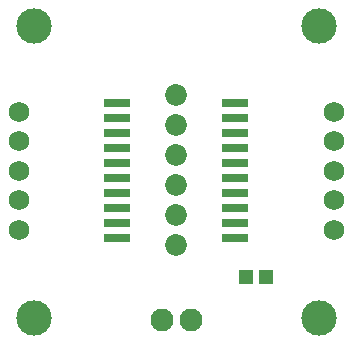
<source format=gts>
G04 DipTrace 3.3.1.1*
G04 TopMask.gts*
%MOIN*%
G04 #@! TF.FileFunction,Soldermask,Top*
G04 #@! TF.Part,Single*
%ADD16C,0.068898*%
%ADD21C,0.11811*%
%ADD26C,0.072835*%
%ADD28R,0.086614X0.031496*%
%ADD30C,0.076772*%
%ADD32R,0.051181X0.047244*%
%FSLAX26Y26*%
G04*
G70*
G90*
G75*
G01*
G04 TopMask*
%LPD*%
D32*
X1274951Y693701D3*
X1341881D3*
D16*
X518701Y849950D3*
Y948375D3*
Y1046801D3*
Y1145226D3*
Y1243651D3*
X1568701Y1243701D3*
Y1145276D3*
Y1046850D3*
Y948425D3*
Y850000D3*
D21*
X568701Y1531201D3*
X1518701D3*
Y556201D3*
X568701D3*
D28*
X846850Y1271825D3*
Y1221825D3*
Y1171825D3*
Y1121825D3*
Y1071825D3*
Y1021825D3*
Y971825D3*
Y921825D3*
Y871825D3*
Y821825D3*
X1240551D3*
Y871825D3*
Y921825D3*
Y971825D3*
Y1021825D3*
Y1071825D3*
Y1121825D3*
Y1171825D3*
Y1221825D3*
Y1271825D3*
D26*
X1043701Y799950D3*
Y899950D3*
Y999950D3*
Y1099950D3*
Y1199950D3*
Y1299950D3*
D30*
X1093701Y549951D3*
X995276D3*
M02*

</source>
